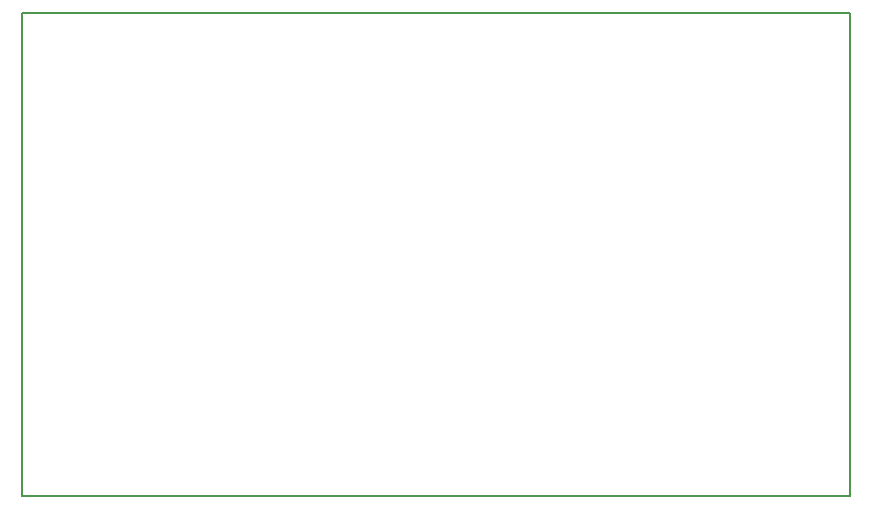
<source format=gbr>
G04 #@! TF.GenerationSoftware,KiCad,Pcbnew,5.0.1-33cea8e~68~ubuntu16.04.1*
G04 #@! TF.CreationDate,2018-12-21T13:37:05+01:00*
G04 #@! TF.ProjectId,EVSE-Easy-Test,455653452D456173792D546573742E6B,rev?*
G04 #@! TF.SameCoordinates,Original*
G04 #@! TF.FileFunction,Profile,NP*
%FSLAX46Y46*%
G04 Gerber Fmt 4.6, Leading zero omitted, Abs format (unit mm)*
G04 Created by KiCad (PCBNEW 5.0.1-33cea8e~68~ubuntu16.04.1) date Fr 21 Dez 2018 13:37:05 CET*
%MOMM*%
%LPD*%
G01*
G04 APERTURE LIST*
%ADD10C,0.150000*%
G04 APERTURE END LIST*
D10*
X40513000Y-40513000D02*
X40513000Y-81407000D01*
X110617000Y-40513000D02*
X40513000Y-40513000D01*
X110617000Y-81407000D02*
X110617000Y-40513000D01*
X40513000Y-81407000D02*
X110617000Y-81407000D01*
M02*

</source>
